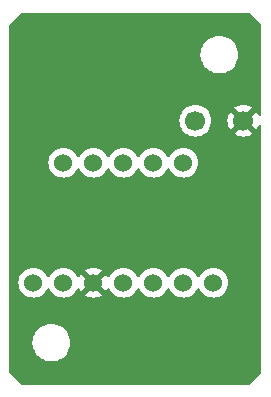
<source format=gbr>
%TF.GenerationSoftware,KiCad,Pcbnew,7.0.8*%
%TF.CreationDate,2024-11-10T19:24:17+09:00*%
%TF.ProjectId,LSM_Module_V0.1.0,4c534d5f-4d6f-4647-956c-655f56302e31,rev?*%
%TF.SameCoordinates,Original*%
%TF.FileFunction,Copper,L2,Bot*%
%TF.FilePolarity,Positive*%
%FSLAX46Y46*%
G04 Gerber Fmt 4.6, Leading zero omitted, Abs format (unit mm)*
G04 Created by KiCad (PCBNEW 7.0.8) date 2024-11-10 19:24:17*
%MOMM*%
%LPD*%
G01*
G04 APERTURE LIST*
%TA.AperFunction,ComponentPad*%
%ADD10C,1.700000*%
%TD*%
%TA.AperFunction,ComponentPad*%
%ADD11C,1.524000*%
%TD*%
%TA.AperFunction,ViaPad*%
%ADD12C,0.800000*%
%TD*%
%TA.AperFunction,Conductor*%
%ADD13C,0.500000*%
%TD*%
G04 APERTURE END LIST*
D10*
%TO.P,J1,1,Pin_1*%
%TO.N,3.3V*%
X16256000Y-9652000D03*
%TD*%
%TO.P,J2,1,Pin_1*%
%TO.N,GND*%
X20320000Y-9652000D03*
%TD*%
D11*
%TO.P,U2,1,VIN*%
%TO.N,unconnected-(U2-VIN-Pad1)*%
X2540000Y-23368000D03*
%TO.P,U2,2,3V3*%
%TO.N,3.3V*%
X5080000Y-23368000D03*
%TO.P,U2,3,GND*%
%TO.N,GND*%
X7620000Y-23368000D03*
%TO.P,U2,4,SCL*%
%TO.N,SCL*%
X10160000Y-23368000D03*
%TO.P,U2,5,SDA*%
%TO.N,SDA*%
X12700000Y-23368000D03*
%TO.P,U2,6,CS*%
%TO.N,unconnected-(U2-CS-Pad6)*%
X15240000Y-23368000D03*
%TO.P,U2,7,SDO*%
%TO.N,unconnected-(U2-SDO-Pad7)*%
X17780000Y-23368000D03*
%TO.P,U2,8,OCS*%
%TO.N,unconnected-(U2-OCS-Pad8)*%
X5080000Y-13208000D03*
%TO.P,U2,9,INT2*%
%TO.N,unconnected-(U2-INT2-Pad9)*%
X7620000Y-13208000D03*
%TO.P,U2,10,INT1*%
%TO.N,unconnected-(U2-INT1-Pad10)*%
X10160000Y-13208000D03*
%TO.P,U2,11,SCX*%
%TO.N,unconnected-(U2-SCX-Pad11)*%
X12700000Y-13208000D03*
%TO.P,U2,12,SDX*%
%TO.N,unconnected-(U2-SDX-Pad12)*%
X15240000Y-13208000D03*
%TD*%
D12*
%TO.N,GND*%
X13208000Y-10922000D03*
X2540000Y-20320000D03*
X15240000Y-17780000D03*
X7620000Y-30480000D03*
X8890000Y-1270000D03*
X20320000Y-17780000D03*
X7620000Y-27940000D03*
X12700000Y-25400000D03*
X10160000Y-30480000D03*
X17780000Y-17780000D03*
X20320000Y-12700000D03*
X12700000Y-30480000D03*
X15240000Y-20320000D03*
X17780000Y-20320000D03*
X20320000Y-20320000D03*
X5080000Y-1270000D03*
X10160000Y-27940000D03*
X12700000Y-27940000D03*
X20320000Y-15240000D03*
X8890000Y-3810000D03*
X5080000Y-3810000D03*
X10522500Y-10922000D03*
X12700000Y-20320000D03*
X10160000Y-25400000D03*
X12700000Y-17780000D03*
X20320000Y-22860000D03*
%TD*%
D13*
%TO.N,GND*%
X13208000Y-10922000D02*
X10522500Y-10922000D01*
%TD*%
%TA.AperFunction,Conductor*%
%TO.N,GND*%
G36*
X20843677Y-527685D02*
G01*
X20864319Y-544319D01*
X21807681Y-1487681D01*
X21841166Y-1549004D01*
X21844000Y-1575362D01*
X21844000Y-9181770D01*
X21824315Y-9248809D01*
X21771511Y-9294564D01*
X21702353Y-9304508D01*
X21638797Y-9275483D01*
X21601023Y-9216705D01*
X21600225Y-9213864D01*
X21593432Y-9188513D01*
X21593429Y-9188507D01*
X21493600Y-8974423D01*
X21493599Y-8974421D01*
X21434925Y-8890626D01*
X21434925Y-8890625D01*
X20803076Y-9522475D01*
X20779493Y-9442156D01*
X20701761Y-9321202D01*
X20593100Y-9227048D01*
X20462315Y-9167320D01*
X20452533Y-9165913D01*
X21081373Y-8537073D01*
X21081373Y-8537072D01*
X20997583Y-8478402D01*
X20997579Y-8478400D01*
X20783492Y-8378570D01*
X20783483Y-8378566D01*
X20555326Y-8317432D01*
X20555315Y-8317430D01*
X20320002Y-8296843D01*
X20319998Y-8296843D01*
X20084684Y-8317430D01*
X20084673Y-8317432D01*
X19856516Y-8378566D01*
X19856507Y-8378570D01*
X19642419Y-8478401D01*
X19558625Y-8537072D01*
X20187466Y-9165913D01*
X20177685Y-9167320D01*
X20046900Y-9227048D01*
X19938239Y-9321202D01*
X19860507Y-9442156D01*
X19836923Y-9522475D01*
X19205073Y-8890625D01*
X19205072Y-8890625D01*
X19146401Y-8974419D01*
X19046570Y-9188507D01*
X19046566Y-9188516D01*
X18985432Y-9416673D01*
X18985430Y-9416684D01*
X18964843Y-9651998D01*
X18964843Y-9652001D01*
X18985430Y-9887315D01*
X18985432Y-9887326D01*
X19046566Y-10115483D01*
X19046570Y-10115492D01*
X19146400Y-10329579D01*
X19146402Y-10329583D01*
X19205072Y-10413373D01*
X19205073Y-10413373D01*
X19836923Y-9781523D01*
X19860507Y-9861844D01*
X19938239Y-9982798D01*
X20046900Y-10076952D01*
X20177685Y-10136680D01*
X20187466Y-10138086D01*
X19558625Y-10766925D01*
X19642421Y-10825599D01*
X19856507Y-10925429D01*
X19856516Y-10925433D01*
X20084673Y-10986567D01*
X20084684Y-10986569D01*
X20319998Y-11007157D01*
X20320002Y-11007157D01*
X20555315Y-10986569D01*
X20555326Y-10986567D01*
X20783483Y-10925433D01*
X20783492Y-10925429D01*
X20997578Y-10825600D01*
X20997582Y-10825598D01*
X21081373Y-10766926D01*
X21081373Y-10766925D01*
X20452533Y-10138086D01*
X20462315Y-10136680D01*
X20593100Y-10076952D01*
X20701761Y-9982798D01*
X20779493Y-9861844D01*
X20803076Y-9781524D01*
X21434925Y-10413373D01*
X21434926Y-10413373D01*
X21493598Y-10329582D01*
X21493600Y-10329578D01*
X21593429Y-10115492D01*
X21593433Y-10115483D01*
X21600225Y-10090136D01*
X21636589Y-10030476D01*
X21699436Y-9999946D01*
X21768812Y-10008240D01*
X21822690Y-10052725D01*
X21843965Y-10119277D01*
X21844000Y-10122229D01*
X21844000Y-30936638D01*
X21824315Y-31003677D01*
X21807681Y-31024319D01*
X20864319Y-31967681D01*
X20802996Y-32001166D01*
X20776638Y-32004000D01*
X1575362Y-32004000D01*
X1508323Y-31984315D01*
X1487681Y-31967681D01*
X544319Y-31024319D01*
X510834Y-30962996D01*
X508000Y-30936638D01*
X508000Y-28448000D01*
X2458551Y-28448000D01*
X2478317Y-28699151D01*
X2537126Y-28944110D01*
X2633533Y-29176859D01*
X2765160Y-29391653D01*
X2765161Y-29391656D01*
X2765164Y-29391659D01*
X2928776Y-29583224D01*
X3077066Y-29709875D01*
X3120343Y-29746838D01*
X3120346Y-29746839D01*
X3335140Y-29878466D01*
X3567889Y-29974873D01*
X3812852Y-30033683D01*
X3968950Y-30045968D01*
X4001116Y-30048500D01*
X4001118Y-30048500D01*
X4126884Y-30048500D01*
X4156518Y-30046167D01*
X4315148Y-30033683D01*
X4560111Y-29974873D01*
X4792859Y-29878466D01*
X5007659Y-29746836D01*
X5199224Y-29583224D01*
X5362836Y-29391659D01*
X5494466Y-29176859D01*
X5590873Y-28944111D01*
X5649683Y-28699148D01*
X5669449Y-28448000D01*
X5649683Y-28196852D01*
X5590873Y-27951889D01*
X5494466Y-27719141D01*
X5494466Y-27719140D01*
X5362839Y-27504346D01*
X5362838Y-27504343D01*
X5325875Y-27461066D01*
X5199224Y-27312776D01*
X5072571Y-27204604D01*
X5007656Y-27149161D01*
X5007653Y-27149160D01*
X4792859Y-27017533D01*
X4560110Y-26921126D01*
X4315150Y-26862317D01*
X4126884Y-26847500D01*
X4126882Y-26847500D01*
X4001118Y-26847500D01*
X4001116Y-26847500D01*
X3812849Y-26862317D01*
X3567889Y-26921126D01*
X3335140Y-27017533D01*
X3120346Y-27149160D01*
X3120343Y-27149161D01*
X2928776Y-27312776D01*
X2765161Y-27504343D01*
X2765160Y-27504346D01*
X2633533Y-27719140D01*
X2537126Y-27951889D01*
X2478317Y-28196848D01*
X2458551Y-28448000D01*
X508000Y-28448000D01*
X508000Y-23368002D01*
X1272677Y-23368002D01*
X1291929Y-23588062D01*
X1291930Y-23588070D01*
X1349104Y-23801445D01*
X1349105Y-23801447D01*
X1349106Y-23801450D01*
X1382106Y-23872219D01*
X1442466Y-24001662D01*
X1442468Y-24001666D01*
X1569170Y-24182615D01*
X1569175Y-24182621D01*
X1725378Y-24338824D01*
X1725384Y-24338829D01*
X1906333Y-24465531D01*
X1906335Y-24465532D01*
X1906338Y-24465534D01*
X2106550Y-24558894D01*
X2319932Y-24616070D01*
X2477123Y-24629822D01*
X2539998Y-24635323D01*
X2540000Y-24635323D01*
X2540002Y-24635323D01*
X2595017Y-24630509D01*
X2760068Y-24616070D01*
X2973450Y-24558894D01*
X3173662Y-24465534D01*
X3354620Y-24338826D01*
X3510826Y-24182620D01*
X3637534Y-24001662D01*
X3697618Y-23872811D01*
X3743790Y-23820371D01*
X3810983Y-23801219D01*
X3877865Y-23821435D01*
X3922382Y-23872811D01*
X3982464Y-24001658D01*
X3982468Y-24001666D01*
X4109170Y-24182615D01*
X4109175Y-24182621D01*
X4265378Y-24338824D01*
X4265384Y-24338829D01*
X4446333Y-24465531D01*
X4446335Y-24465532D01*
X4446338Y-24465534D01*
X4646550Y-24558894D01*
X4859932Y-24616070D01*
X5017123Y-24629822D01*
X5079998Y-24635323D01*
X5080000Y-24635323D01*
X5080002Y-24635323D01*
X5135017Y-24630509D01*
X5300068Y-24616070D01*
X5513450Y-24558894D01*
X5713662Y-24465534D01*
X5894620Y-24338826D01*
X6050826Y-24182620D01*
X6177534Y-24001662D01*
X6237894Y-23872218D01*
X6284066Y-23819779D01*
X6351259Y-23800627D01*
X6418141Y-23820843D01*
X6462658Y-23872219D01*
X6522899Y-24001407D01*
X6522900Y-24001409D01*
X6568258Y-24066187D01*
X7235096Y-23399349D01*
X7235051Y-23399898D01*
X7266266Y-23523162D01*
X7335813Y-23629612D01*
X7436157Y-23707713D01*
X7556422Y-23749000D01*
X7592553Y-23749000D01*
X6921811Y-24419741D01*
X6986582Y-24465094D01*
X6986592Y-24465100D01*
X7186715Y-24558419D01*
X7186729Y-24558424D01*
X7400013Y-24615573D01*
X7400023Y-24615575D01*
X7619999Y-24634821D01*
X7620001Y-24634821D01*
X7839976Y-24615575D01*
X7839986Y-24615573D01*
X8053270Y-24558424D01*
X8053284Y-24558419D01*
X8253408Y-24465100D01*
X8253420Y-24465093D01*
X8318186Y-24419742D01*
X8318187Y-24419740D01*
X7647448Y-23749000D01*
X7651569Y-23749000D01*
X7745421Y-23733339D01*
X7857251Y-23672820D01*
X7943371Y-23579269D01*
X7994448Y-23462823D01*
X8000105Y-23394552D01*
X8671740Y-24066187D01*
X8671742Y-24066186D01*
X8717093Y-24001420D01*
X8717100Y-24001408D01*
X8777342Y-23872219D01*
X8823514Y-23819779D01*
X8890707Y-23800627D01*
X8957588Y-23820842D01*
X9002106Y-23872219D01*
X9062464Y-24001658D01*
X9062468Y-24001666D01*
X9189170Y-24182615D01*
X9189175Y-24182621D01*
X9345378Y-24338824D01*
X9345384Y-24338829D01*
X9526333Y-24465531D01*
X9526335Y-24465532D01*
X9526338Y-24465534D01*
X9726550Y-24558894D01*
X9939932Y-24616070D01*
X10097123Y-24629822D01*
X10159998Y-24635323D01*
X10160000Y-24635323D01*
X10160002Y-24635323D01*
X10215017Y-24630509D01*
X10380068Y-24616070D01*
X10593450Y-24558894D01*
X10793662Y-24465534D01*
X10974620Y-24338826D01*
X11130826Y-24182620D01*
X11257534Y-24001662D01*
X11317618Y-23872811D01*
X11363790Y-23820371D01*
X11430983Y-23801219D01*
X11497865Y-23821435D01*
X11542382Y-23872811D01*
X11602464Y-24001658D01*
X11602468Y-24001666D01*
X11729170Y-24182615D01*
X11729175Y-24182621D01*
X11885378Y-24338824D01*
X11885384Y-24338829D01*
X12066333Y-24465531D01*
X12066335Y-24465532D01*
X12066338Y-24465534D01*
X12266550Y-24558894D01*
X12479932Y-24616070D01*
X12637123Y-24629822D01*
X12699998Y-24635323D01*
X12700000Y-24635323D01*
X12700002Y-24635323D01*
X12755017Y-24630509D01*
X12920068Y-24616070D01*
X13133450Y-24558894D01*
X13333662Y-24465534D01*
X13514620Y-24338826D01*
X13670826Y-24182620D01*
X13797534Y-24001662D01*
X13857618Y-23872811D01*
X13903790Y-23820371D01*
X13970983Y-23801219D01*
X14037865Y-23821435D01*
X14082382Y-23872811D01*
X14142464Y-24001658D01*
X14142468Y-24001666D01*
X14269170Y-24182615D01*
X14269175Y-24182621D01*
X14425378Y-24338824D01*
X14425384Y-24338829D01*
X14606333Y-24465531D01*
X14606335Y-24465532D01*
X14606338Y-24465534D01*
X14806550Y-24558894D01*
X15019932Y-24616070D01*
X15177123Y-24629822D01*
X15239998Y-24635323D01*
X15240000Y-24635323D01*
X15240002Y-24635323D01*
X15295017Y-24630509D01*
X15460068Y-24616070D01*
X15673450Y-24558894D01*
X15873662Y-24465534D01*
X16054620Y-24338826D01*
X16210826Y-24182620D01*
X16337534Y-24001662D01*
X16397618Y-23872811D01*
X16443790Y-23820371D01*
X16510983Y-23801219D01*
X16577865Y-23821435D01*
X16622382Y-23872811D01*
X16682464Y-24001658D01*
X16682468Y-24001666D01*
X16809170Y-24182615D01*
X16809175Y-24182621D01*
X16965378Y-24338824D01*
X16965384Y-24338829D01*
X17146333Y-24465531D01*
X17146335Y-24465532D01*
X17146338Y-24465534D01*
X17346550Y-24558894D01*
X17559932Y-24616070D01*
X17717123Y-24629822D01*
X17779998Y-24635323D01*
X17780000Y-24635323D01*
X17780002Y-24635323D01*
X17835017Y-24630509D01*
X18000068Y-24616070D01*
X18213450Y-24558894D01*
X18413662Y-24465534D01*
X18594620Y-24338826D01*
X18750826Y-24182620D01*
X18877534Y-24001662D01*
X18970894Y-23801450D01*
X19028070Y-23588068D01*
X19047323Y-23368000D01*
X19044532Y-23336102D01*
X19033748Y-23212838D01*
X19028070Y-23147932D01*
X18970894Y-22934550D01*
X18877534Y-22734339D01*
X18750826Y-22553380D01*
X18594620Y-22397174D01*
X18594616Y-22397171D01*
X18594615Y-22397170D01*
X18413666Y-22270468D01*
X18413662Y-22270466D01*
X18413660Y-22270465D01*
X18213450Y-22177106D01*
X18213447Y-22177105D01*
X18213445Y-22177104D01*
X18000070Y-22119930D01*
X18000062Y-22119929D01*
X17780002Y-22100677D01*
X17779998Y-22100677D01*
X17559937Y-22119929D01*
X17559929Y-22119930D01*
X17346554Y-22177104D01*
X17346548Y-22177107D01*
X17146340Y-22270465D01*
X17146338Y-22270466D01*
X16965377Y-22397175D01*
X16809175Y-22553377D01*
X16682466Y-22734338D01*
X16682465Y-22734340D01*
X16622382Y-22863189D01*
X16576209Y-22915628D01*
X16509016Y-22934780D01*
X16442135Y-22914564D01*
X16397618Y-22863189D01*
X16337652Y-22734593D01*
X16337534Y-22734339D01*
X16210826Y-22553380D01*
X16054620Y-22397174D01*
X16054616Y-22397171D01*
X16054615Y-22397170D01*
X15873666Y-22270468D01*
X15873662Y-22270466D01*
X15873660Y-22270465D01*
X15673450Y-22177106D01*
X15673447Y-22177105D01*
X15673445Y-22177104D01*
X15460070Y-22119930D01*
X15460062Y-22119929D01*
X15240002Y-22100677D01*
X15239998Y-22100677D01*
X15019937Y-22119929D01*
X15019929Y-22119930D01*
X14806554Y-22177104D01*
X14806548Y-22177107D01*
X14606340Y-22270465D01*
X14606338Y-22270466D01*
X14425377Y-22397175D01*
X14269175Y-22553377D01*
X14142466Y-22734338D01*
X14142465Y-22734340D01*
X14082382Y-22863189D01*
X14036209Y-22915628D01*
X13969016Y-22934780D01*
X13902135Y-22914564D01*
X13857618Y-22863189D01*
X13797652Y-22734593D01*
X13797534Y-22734339D01*
X13670826Y-22553380D01*
X13514620Y-22397174D01*
X13514616Y-22397171D01*
X13514615Y-22397170D01*
X13333666Y-22270468D01*
X13333662Y-22270466D01*
X13333660Y-22270465D01*
X13133450Y-22177106D01*
X13133447Y-22177105D01*
X13133445Y-22177104D01*
X12920070Y-22119930D01*
X12920062Y-22119929D01*
X12700002Y-22100677D01*
X12699998Y-22100677D01*
X12479937Y-22119929D01*
X12479929Y-22119930D01*
X12266554Y-22177104D01*
X12266548Y-22177107D01*
X12066340Y-22270465D01*
X12066338Y-22270466D01*
X11885377Y-22397175D01*
X11729175Y-22553377D01*
X11602466Y-22734338D01*
X11602465Y-22734340D01*
X11542382Y-22863189D01*
X11496209Y-22915628D01*
X11429016Y-22934780D01*
X11362135Y-22914564D01*
X11317618Y-22863189D01*
X11257652Y-22734593D01*
X11257534Y-22734339D01*
X11130826Y-22553380D01*
X10974620Y-22397174D01*
X10974616Y-22397171D01*
X10974615Y-22397170D01*
X10793666Y-22270468D01*
X10793662Y-22270466D01*
X10793660Y-22270465D01*
X10593450Y-22177106D01*
X10593447Y-22177105D01*
X10593445Y-22177104D01*
X10380070Y-22119930D01*
X10380062Y-22119929D01*
X10160002Y-22100677D01*
X10159998Y-22100677D01*
X9939937Y-22119929D01*
X9939929Y-22119930D01*
X9726554Y-22177104D01*
X9726548Y-22177107D01*
X9526340Y-22270465D01*
X9526338Y-22270466D01*
X9345377Y-22397175D01*
X9189175Y-22553377D01*
X9062467Y-22734337D01*
X9062466Y-22734339D01*
X9062348Y-22734593D01*
X9002105Y-22863782D01*
X8955932Y-22916221D01*
X8888738Y-22935372D01*
X8821857Y-22915156D01*
X8777341Y-22863780D01*
X8717100Y-22734593D01*
X8717099Y-22734591D01*
X8671740Y-22669811D01*
X8004903Y-23336648D01*
X8004949Y-23336102D01*
X7973734Y-23212838D01*
X7904187Y-23106388D01*
X7803843Y-23028287D01*
X7683578Y-22987000D01*
X7647447Y-22987000D01*
X8318187Y-22316258D01*
X8253409Y-22270900D01*
X8253407Y-22270899D01*
X8053284Y-22177580D01*
X8053270Y-22177575D01*
X7839986Y-22120426D01*
X7839976Y-22120424D01*
X7620001Y-22101179D01*
X7619999Y-22101179D01*
X7400023Y-22120424D01*
X7400013Y-22120426D01*
X7186729Y-22177575D01*
X7186720Y-22177579D01*
X6986586Y-22270903D01*
X6921812Y-22316257D01*
X6921811Y-22316258D01*
X7592554Y-22987000D01*
X7588431Y-22987000D01*
X7494579Y-23002661D01*
X7382749Y-23063180D01*
X7296629Y-23156731D01*
X7245552Y-23273177D01*
X7239894Y-23341447D01*
X6568258Y-22669811D01*
X6568257Y-22669812D01*
X6522903Y-22734586D01*
X6462658Y-22863781D01*
X6416485Y-22916220D01*
X6349292Y-22935372D01*
X6282411Y-22915156D01*
X6237894Y-22863781D01*
X6177652Y-22734593D01*
X6177534Y-22734339D01*
X6050826Y-22553380D01*
X5894620Y-22397174D01*
X5894616Y-22397171D01*
X5894615Y-22397170D01*
X5713666Y-22270468D01*
X5713662Y-22270466D01*
X5713660Y-22270465D01*
X5513450Y-22177106D01*
X5513447Y-22177105D01*
X5513445Y-22177104D01*
X5300070Y-22119930D01*
X5300062Y-22119929D01*
X5080002Y-22100677D01*
X5079998Y-22100677D01*
X4859937Y-22119929D01*
X4859929Y-22119930D01*
X4646554Y-22177104D01*
X4646548Y-22177107D01*
X4446340Y-22270465D01*
X4446338Y-22270466D01*
X4265377Y-22397175D01*
X4109175Y-22553377D01*
X3982466Y-22734338D01*
X3982465Y-22734340D01*
X3922382Y-22863189D01*
X3876209Y-22915628D01*
X3809016Y-22934780D01*
X3742135Y-22914564D01*
X3697618Y-22863189D01*
X3637652Y-22734593D01*
X3637534Y-22734339D01*
X3510826Y-22553380D01*
X3354620Y-22397174D01*
X3354616Y-22397171D01*
X3354615Y-22397170D01*
X3173666Y-22270468D01*
X3173662Y-22270466D01*
X3173660Y-22270465D01*
X2973450Y-22177106D01*
X2973447Y-22177105D01*
X2973445Y-22177104D01*
X2760070Y-22119930D01*
X2760062Y-22119929D01*
X2540002Y-22100677D01*
X2539998Y-22100677D01*
X2319937Y-22119929D01*
X2319929Y-22119930D01*
X2106554Y-22177104D01*
X2106548Y-22177107D01*
X1906340Y-22270465D01*
X1906338Y-22270466D01*
X1725377Y-22397175D01*
X1569175Y-22553377D01*
X1442466Y-22734338D01*
X1442465Y-22734340D01*
X1349107Y-22934548D01*
X1349104Y-22934554D01*
X1291930Y-23147929D01*
X1291929Y-23147937D01*
X1272677Y-23367997D01*
X1272677Y-23368002D01*
X508000Y-23368002D01*
X508000Y-13208002D01*
X3812677Y-13208002D01*
X3831929Y-13428062D01*
X3831930Y-13428070D01*
X3889104Y-13641445D01*
X3889105Y-13641447D01*
X3889106Y-13641450D01*
X3922382Y-13712811D01*
X3982466Y-13841662D01*
X3982468Y-13841666D01*
X4109170Y-14022615D01*
X4109175Y-14022621D01*
X4265378Y-14178824D01*
X4265384Y-14178829D01*
X4446333Y-14305531D01*
X4446335Y-14305532D01*
X4446338Y-14305534D01*
X4646550Y-14398894D01*
X4859932Y-14456070D01*
X5017123Y-14469822D01*
X5079998Y-14475323D01*
X5080000Y-14475323D01*
X5080002Y-14475323D01*
X5135017Y-14470509D01*
X5300068Y-14456070D01*
X5513450Y-14398894D01*
X5713662Y-14305534D01*
X5894620Y-14178826D01*
X6050826Y-14022620D01*
X6177534Y-13841662D01*
X6237618Y-13712811D01*
X6283790Y-13660371D01*
X6350983Y-13641219D01*
X6417865Y-13661435D01*
X6462382Y-13712811D01*
X6522464Y-13841658D01*
X6522468Y-13841666D01*
X6649170Y-14022615D01*
X6649175Y-14022621D01*
X6805378Y-14178824D01*
X6805384Y-14178829D01*
X6986333Y-14305531D01*
X6986335Y-14305532D01*
X6986338Y-14305534D01*
X7186550Y-14398894D01*
X7399932Y-14456070D01*
X7557123Y-14469822D01*
X7619998Y-14475323D01*
X7620000Y-14475323D01*
X7620002Y-14475323D01*
X7675017Y-14470509D01*
X7840068Y-14456070D01*
X8053450Y-14398894D01*
X8253662Y-14305534D01*
X8434620Y-14178826D01*
X8590826Y-14022620D01*
X8717534Y-13841662D01*
X8777618Y-13712811D01*
X8823790Y-13660371D01*
X8890983Y-13641219D01*
X8957865Y-13661435D01*
X9002382Y-13712811D01*
X9062464Y-13841658D01*
X9062468Y-13841666D01*
X9189170Y-14022615D01*
X9189175Y-14022621D01*
X9345378Y-14178824D01*
X9345384Y-14178829D01*
X9526333Y-14305531D01*
X9526335Y-14305532D01*
X9526338Y-14305534D01*
X9726550Y-14398894D01*
X9939932Y-14456070D01*
X10097123Y-14469822D01*
X10159998Y-14475323D01*
X10160000Y-14475323D01*
X10160002Y-14475323D01*
X10215017Y-14470509D01*
X10380068Y-14456070D01*
X10593450Y-14398894D01*
X10793662Y-14305534D01*
X10974620Y-14178826D01*
X11130826Y-14022620D01*
X11257534Y-13841662D01*
X11317618Y-13712811D01*
X11363790Y-13660371D01*
X11430983Y-13641219D01*
X11497865Y-13661435D01*
X11542382Y-13712811D01*
X11602464Y-13841658D01*
X11602468Y-13841666D01*
X11729170Y-14022615D01*
X11729175Y-14022621D01*
X11885378Y-14178824D01*
X11885384Y-14178829D01*
X12066333Y-14305531D01*
X12066335Y-14305532D01*
X12066338Y-14305534D01*
X12266550Y-14398894D01*
X12479932Y-14456070D01*
X12637123Y-14469822D01*
X12699998Y-14475323D01*
X12700000Y-14475323D01*
X12700002Y-14475323D01*
X12755017Y-14470509D01*
X12920068Y-14456070D01*
X13133450Y-14398894D01*
X13333662Y-14305534D01*
X13514620Y-14178826D01*
X13670826Y-14022620D01*
X13797534Y-13841662D01*
X13857618Y-13712811D01*
X13903790Y-13660371D01*
X13970983Y-13641219D01*
X14037865Y-13661435D01*
X14082382Y-13712811D01*
X14142464Y-13841658D01*
X14142468Y-13841666D01*
X14269170Y-14022615D01*
X14269175Y-14022621D01*
X14425378Y-14178824D01*
X14425384Y-14178829D01*
X14606333Y-14305531D01*
X14606335Y-14305532D01*
X14606338Y-14305534D01*
X14806550Y-14398894D01*
X15019932Y-14456070D01*
X15177123Y-14469822D01*
X15239998Y-14475323D01*
X15240000Y-14475323D01*
X15240002Y-14475323D01*
X15295017Y-14470509D01*
X15460068Y-14456070D01*
X15673450Y-14398894D01*
X15873662Y-14305534D01*
X16054620Y-14178826D01*
X16210826Y-14022620D01*
X16337534Y-13841662D01*
X16430894Y-13641450D01*
X16488070Y-13428068D01*
X16507323Y-13208000D01*
X16488070Y-12987932D01*
X16430894Y-12774550D01*
X16337534Y-12574339D01*
X16210826Y-12393380D01*
X16054620Y-12237174D01*
X16054616Y-12237171D01*
X16054615Y-12237170D01*
X15873666Y-12110468D01*
X15873662Y-12110466D01*
X15873660Y-12110465D01*
X15673450Y-12017106D01*
X15673447Y-12017105D01*
X15673445Y-12017104D01*
X15460070Y-11959930D01*
X15460062Y-11959929D01*
X15240002Y-11940677D01*
X15239998Y-11940677D01*
X15019937Y-11959929D01*
X15019929Y-11959930D01*
X14806554Y-12017104D01*
X14806548Y-12017107D01*
X14606340Y-12110465D01*
X14606338Y-12110466D01*
X14425377Y-12237175D01*
X14269175Y-12393377D01*
X14142466Y-12574338D01*
X14142465Y-12574340D01*
X14082382Y-12703189D01*
X14036209Y-12755628D01*
X13969016Y-12774780D01*
X13902135Y-12754564D01*
X13857618Y-12703189D01*
X13797534Y-12574340D01*
X13797533Y-12574338D01*
X13670827Y-12393381D01*
X13670823Y-12393377D01*
X13514620Y-12237174D01*
X13514616Y-12237171D01*
X13514615Y-12237170D01*
X13333666Y-12110468D01*
X13333662Y-12110466D01*
X13333660Y-12110465D01*
X13133450Y-12017106D01*
X13133447Y-12017105D01*
X13133445Y-12017104D01*
X12920070Y-11959930D01*
X12920062Y-11959929D01*
X12700002Y-11940677D01*
X12699998Y-11940677D01*
X12479937Y-11959929D01*
X12479929Y-11959930D01*
X12266554Y-12017104D01*
X12266548Y-12017107D01*
X12066340Y-12110465D01*
X12066338Y-12110466D01*
X11885377Y-12237175D01*
X11729175Y-12393377D01*
X11602466Y-12574338D01*
X11602465Y-12574340D01*
X11542382Y-12703189D01*
X11496209Y-12755628D01*
X11429016Y-12774780D01*
X11362135Y-12754564D01*
X11317618Y-12703189D01*
X11257534Y-12574340D01*
X11257533Y-12574338D01*
X11130827Y-12393381D01*
X11130823Y-12393377D01*
X10974620Y-12237174D01*
X10974616Y-12237171D01*
X10974615Y-12237170D01*
X10793666Y-12110468D01*
X10793662Y-12110466D01*
X10793660Y-12110465D01*
X10593450Y-12017106D01*
X10593447Y-12017105D01*
X10593445Y-12017104D01*
X10380070Y-11959930D01*
X10380062Y-11959929D01*
X10160002Y-11940677D01*
X10159998Y-11940677D01*
X9939937Y-11959929D01*
X9939929Y-11959930D01*
X9726554Y-12017104D01*
X9726548Y-12017107D01*
X9526340Y-12110465D01*
X9526338Y-12110466D01*
X9345377Y-12237175D01*
X9189175Y-12393377D01*
X9062466Y-12574338D01*
X9062465Y-12574340D01*
X9002382Y-12703189D01*
X8956209Y-12755628D01*
X8889016Y-12774780D01*
X8822135Y-12754564D01*
X8777618Y-12703189D01*
X8717534Y-12574340D01*
X8717533Y-12574338D01*
X8590827Y-12393381D01*
X8590823Y-12393377D01*
X8434620Y-12237174D01*
X8434616Y-12237171D01*
X8434615Y-12237170D01*
X8253666Y-12110468D01*
X8253662Y-12110466D01*
X8253660Y-12110465D01*
X8053450Y-12017106D01*
X8053447Y-12017105D01*
X8053445Y-12017104D01*
X7840070Y-11959930D01*
X7840062Y-11959929D01*
X7620002Y-11940677D01*
X7619998Y-11940677D01*
X7399937Y-11959929D01*
X7399929Y-11959930D01*
X7186554Y-12017104D01*
X7186548Y-12017107D01*
X6986340Y-12110465D01*
X6986338Y-12110466D01*
X6805377Y-12237175D01*
X6649175Y-12393377D01*
X6522466Y-12574338D01*
X6522465Y-12574340D01*
X6462382Y-12703189D01*
X6416209Y-12755628D01*
X6349016Y-12774780D01*
X6282135Y-12754564D01*
X6237618Y-12703189D01*
X6177534Y-12574340D01*
X6177533Y-12574338D01*
X6050827Y-12393381D01*
X6050823Y-12393377D01*
X5894620Y-12237174D01*
X5894616Y-12237171D01*
X5894615Y-12237170D01*
X5713666Y-12110468D01*
X5713662Y-12110466D01*
X5713660Y-12110465D01*
X5513450Y-12017106D01*
X5513447Y-12017105D01*
X5513445Y-12017104D01*
X5300070Y-11959930D01*
X5300062Y-11959929D01*
X5080002Y-11940677D01*
X5079998Y-11940677D01*
X4859937Y-11959929D01*
X4859929Y-11959930D01*
X4646554Y-12017104D01*
X4646548Y-12017107D01*
X4446340Y-12110465D01*
X4446338Y-12110466D01*
X4265377Y-12237175D01*
X4109175Y-12393377D01*
X3982466Y-12574338D01*
X3982465Y-12574340D01*
X3889107Y-12774548D01*
X3889104Y-12774554D01*
X3831930Y-12987929D01*
X3831929Y-12987937D01*
X3812677Y-13207997D01*
X3812677Y-13208002D01*
X508000Y-13208002D01*
X508000Y-9652000D01*
X14900341Y-9652000D01*
X14920936Y-9887403D01*
X14920938Y-9887413D01*
X14982094Y-10115655D01*
X14982096Y-10115659D01*
X14982097Y-10115663D01*
X15081847Y-10329578D01*
X15081965Y-10329830D01*
X15081967Y-10329834D01*
X15140462Y-10413373D01*
X15217505Y-10523401D01*
X15384599Y-10690495D01*
X15481384Y-10758265D01*
X15578165Y-10826032D01*
X15578167Y-10826033D01*
X15578170Y-10826035D01*
X15792337Y-10925903D01*
X16020592Y-10987063D01*
X16208918Y-11003539D01*
X16255999Y-11007659D01*
X16256000Y-11007659D01*
X16256001Y-11007659D01*
X16295234Y-11004226D01*
X16491408Y-10987063D01*
X16719663Y-10925903D01*
X16933830Y-10826035D01*
X17127401Y-10690495D01*
X17294495Y-10523401D01*
X17430035Y-10329830D01*
X17529903Y-10115663D01*
X17591063Y-9887408D01*
X17611659Y-9652000D01*
X17591063Y-9416592D01*
X17529903Y-9188337D01*
X17430035Y-8974171D01*
X17371537Y-8890626D01*
X17294494Y-8780597D01*
X17127402Y-8613506D01*
X17127395Y-8613501D01*
X16933834Y-8477967D01*
X16933830Y-8477965D01*
X16933828Y-8477964D01*
X16719663Y-8378097D01*
X16719659Y-8378096D01*
X16719655Y-8378094D01*
X16491413Y-8316938D01*
X16491403Y-8316936D01*
X16256001Y-8296341D01*
X16255999Y-8296341D01*
X16020596Y-8316936D01*
X16020586Y-8316938D01*
X15792344Y-8378094D01*
X15792335Y-8378098D01*
X15578171Y-8477964D01*
X15578169Y-8477965D01*
X15384597Y-8613505D01*
X15217505Y-8780597D01*
X15081965Y-8974169D01*
X15081964Y-8974171D01*
X14982098Y-9188335D01*
X14982094Y-9188344D01*
X14920938Y-9416586D01*
X14920936Y-9416596D01*
X14900341Y-9651999D01*
X14900341Y-9652000D01*
X508000Y-9652000D01*
X508000Y-4064000D01*
X16682551Y-4064000D01*
X16702317Y-4315151D01*
X16761126Y-4560110D01*
X16857533Y-4792859D01*
X16989160Y-5007653D01*
X16989161Y-5007656D01*
X16989164Y-5007659D01*
X17152776Y-5199224D01*
X17301066Y-5325875D01*
X17344343Y-5362838D01*
X17344346Y-5362839D01*
X17559140Y-5494466D01*
X17791889Y-5590873D01*
X18036852Y-5649683D01*
X18192950Y-5661968D01*
X18225116Y-5664500D01*
X18225118Y-5664500D01*
X18350884Y-5664500D01*
X18380518Y-5662167D01*
X18539148Y-5649683D01*
X18784111Y-5590873D01*
X19016859Y-5494466D01*
X19231659Y-5362836D01*
X19423224Y-5199224D01*
X19586836Y-5007659D01*
X19718466Y-4792859D01*
X19814873Y-4560111D01*
X19873683Y-4315148D01*
X19893449Y-4064000D01*
X19873683Y-3812852D01*
X19814873Y-3567889D01*
X19718466Y-3335141D01*
X19718466Y-3335140D01*
X19586839Y-3120346D01*
X19586838Y-3120343D01*
X19549875Y-3077066D01*
X19423224Y-2928776D01*
X19296571Y-2820604D01*
X19231656Y-2765161D01*
X19231653Y-2765160D01*
X19016859Y-2633533D01*
X18784110Y-2537126D01*
X18539150Y-2478317D01*
X18350884Y-2463500D01*
X18350882Y-2463500D01*
X18225118Y-2463500D01*
X18225116Y-2463500D01*
X18036849Y-2478317D01*
X17791889Y-2537126D01*
X17559140Y-2633533D01*
X17344346Y-2765160D01*
X17344343Y-2765161D01*
X17152776Y-2928776D01*
X16989161Y-3120343D01*
X16989160Y-3120346D01*
X16857533Y-3335140D01*
X16761126Y-3567889D01*
X16702317Y-3812848D01*
X16682551Y-4064000D01*
X508000Y-4064000D01*
X508000Y-1575362D01*
X527685Y-1508323D01*
X544319Y-1487681D01*
X1487681Y-544319D01*
X1549004Y-510834D01*
X1575362Y-508000D01*
X20776638Y-508000D01*
X20843677Y-527685D01*
G37*
%TD.AperFunction*%
%TD*%
M02*

</source>
